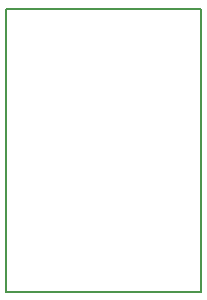
<source format=gko>
G04*
G04 #@! TF.GenerationSoftware,Altium Limited,Altium Designer,20.1.8 (145)*
G04*
G04 Layer_Color=16711935*
%FSLAX25Y25*%
%MOIN*%
G70*
G04*
G04 #@! TF.SameCoordinates,CA782F3F-0D54-4404-9751-EA5AB56DA471*
G04*
G04*
G04 #@! TF.FilePolarity,Positive*
G04*
G01*
G75*
%ADD11C,0.00787*%
D11*
X196850Y136221D02*
X261850D01*
Y230600D01*
X196850D02*
X261850D01*
X196850Y136221D02*
Y230600D01*
M02*

</source>
